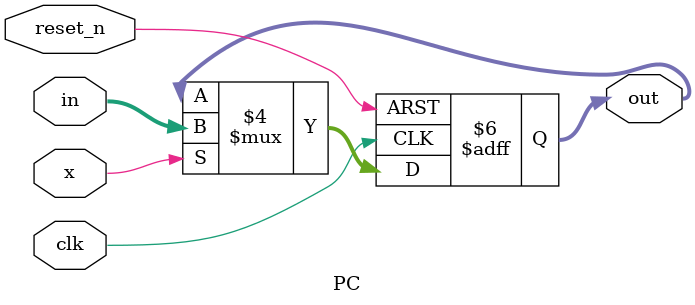
<source format=v>
module PC  (clk,reset_n,in,x,out);
	
	input clk;
	input reset_n;
	input x;
	input [16-1:0] in;
	output reg [16-1:0] out;
	
	always @(negedge(clk) or negedge(reset_n))
		begin
			if(reset_n==1'b0) 		out=16'h0000;
			else if(x==1'b1) 	 	out<=in;
		end
endmodule
</source>
